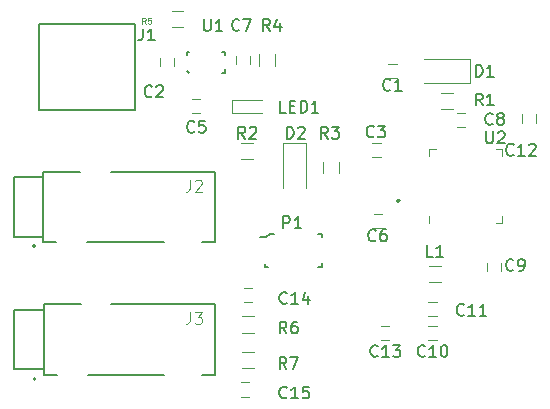
<source format=gto>
G04 #@! TF.GenerationSoftware,KiCad,Pcbnew,5.1.5*
G04 #@! TF.CreationDate,2020-02-06T17:50:48+09:00*
G04 #@! TF.ProjectId,MIDI-Guy,4d494449-2d47-4757-992e-6b696361645f,rev?*
G04 #@! TF.SameCoordinates,Original*
G04 #@! TF.FileFunction,Legend,Top*
G04 #@! TF.FilePolarity,Positive*
%FSLAX46Y46*%
G04 Gerber Fmt 4.6, Leading zero omitted, Abs format (unit mm)*
G04 Created by KiCad (PCBNEW 5.1.5) date 2020-02-06 17:50:48*
%MOMM*%
%LPD*%
G04 APERTURE LIST*
%ADD10C,0.127000*%
%ADD11C,0.200000*%
%ADD12C,0.250000*%
%ADD13C,0.120000*%
%ADD14C,0.150000*%
%ADD15C,0.050000*%
%ADD16C,0.100000*%
G04 APERTURE END LIST*
D10*
X54800000Y-71500000D02*
X57300000Y-71500000D01*
X54800000Y-66500000D02*
X54800000Y-71500000D01*
X57300000Y-66500000D02*
X54800000Y-66500000D01*
X70700000Y-72000000D02*
X71800000Y-72000000D01*
D11*
X56600000Y-72300000D02*
G75*
G03X56600000Y-72300000I-100000J0D01*
G01*
D10*
X61000000Y-72000000D02*
X67500000Y-72000000D01*
X57300000Y-72000000D02*
X58400000Y-72000000D01*
X71800000Y-66000000D02*
X71800000Y-72000000D01*
X63000000Y-66000000D02*
X71800000Y-66000000D01*
X57300000Y-66000000D02*
X60400000Y-66000000D01*
X57300000Y-66500000D02*
X57300000Y-66000000D01*
X57300000Y-71500000D02*
X57300000Y-66500000D01*
X57300000Y-72000000D02*
X57300000Y-71500000D01*
X54750000Y-60250000D02*
X57250000Y-60250000D01*
X54750000Y-55250000D02*
X54750000Y-60250000D01*
X57250000Y-55250000D02*
X54750000Y-55250000D01*
X70650000Y-60750000D02*
X71750000Y-60750000D01*
D11*
X56550000Y-61050000D02*
G75*
G03X56550000Y-61050000I-100000J0D01*
G01*
D10*
X60950000Y-60750000D02*
X67450000Y-60750000D01*
X57250000Y-60750000D02*
X58350000Y-60750000D01*
X71750000Y-54750000D02*
X71750000Y-60750000D01*
X62950000Y-54750000D02*
X71750000Y-54750000D01*
X57250000Y-54750000D02*
X60350000Y-54750000D01*
X57250000Y-55250000D02*
X57250000Y-54750000D01*
X57250000Y-60250000D02*
X57250000Y-55250000D01*
X57250000Y-60750000D02*
X57250000Y-60250000D01*
D12*
X87386020Y-57220000D02*
G75*
G03X87386020Y-57220000I-86020J0D01*
G01*
D13*
X89880000Y-53450000D02*
X89880000Y-52880000D01*
X96120000Y-59120000D02*
X95550000Y-59120000D01*
X96120000Y-58550000D02*
X96120000Y-59120000D01*
X96120000Y-52880000D02*
X95550000Y-52880000D01*
X96120000Y-53450000D02*
X96120000Y-52880000D01*
X90500000Y-52880000D02*
X89880000Y-52880000D01*
X89880000Y-59120000D02*
X89880000Y-58550000D01*
X68350000Y-45150000D02*
X68350000Y-45850000D01*
X67150000Y-45850000D02*
X67150000Y-45150000D01*
X70550000Y-49800000D02*
X69850000Y-49800000D01*
X69850000Y-48600000D02*
X70550000Y-48600000D01*
X73550000Y-45650000D02*
X73550000Y-44950000D01*
X74750000Y-44950000D02*
X74750000Y-45650000D01*
X87150000Y-46800000D02*
X86450000Y-46800000D01*
X86450000Y-45600000D02*
X87150000Y-45600000D01*
X85100000Y-52350000D02*
X85800000Y-52350000D01*
X85800000Y-53550000D02*
X85100000Y-53550000D01*
X85200000Y-58350000D02*
X85900000Y-58350000D01*
X85900000Y-59550000D02*
X85200000Y-59550000D01*
X89850000Y-67800000D02*
X90550000Y-67800000D01*
X90550000Y-69000000D02*
X89850000Y-69000000D01*
X86550000Y-69000000D02*
X85850000Y-69000000D01*
X85850000Y-67800000D02*
X86550000Y-67800000D01*
X94800000Y-63150000D02*
X94800000Y-62450000D01*
X96000000Y-62450000D02*
X96000000Y-63150000D01*
X74200000Y-64600000D02*
X74900000Y-64600000D01*
X74900000Y-65800000D02*
X74200000Y-65800000D01*
X73950000Y-72600000D02*
X74650000Y-72600000D01*
X74650000Y-73800000D02*
X73950000Y-73800000D01*
X90550000Y-67000000D02*
X89850000Y-67000000D01*
X89850000Y-65800000D02*
X90550000Y-65800000D01*
X99000000Y-49900000D02*
X99000000Y-50600000D01*
X97800000Y-50600000D02*
X97800000Y-49900000D01*
X92950000Y-51000000D02*
X92250000Y-51000000D01*
X92250000Y-49800000D02*
X92950000Y-49800000D01*
X93350000Y-47250000D02*
X93350000Y-45250000D01*
X93350000Y-45250000D02*
X89500000Y-45250000D01*
X93350000Y-47250000D02*
X89500000Y-47250000D01*
X79500000Y-52300000D02*
X79500000Y-56150000D01*
X77500000Y-52300000D02*
X77500000Y-56150000D01*
X79500000Y-52300000D02*
X77500000Y-52300000D01*
D14*
X65000000Y-45900000D02*
X65000000Y-42250000D01*
X65000000Y-45900000D02*
X65000000Y-49550000D01*
X65000000Y-49550000D02*
X56850000Y-49550000D01*
X56850000Y-49550000D02*
X56850000Y-42240000D01*
X56850000Y-42240000D02*
X65000000Y-42240000D01*
D13*
X89900000Y-62720000D02*
X90900000Y-62720000D01*
X90900000Y-64080000D02*
X89900000Y-64080000D01*
X73200000Y-48650000D02*
X75800000Y-48650000D01*
X73200000Y-49750000D02*
X75800000Y-49750000D01*
X73200000Y-48650000D02*
X73200000Y-49750000D01*
D14*
X76800000Y-60000000D02*
X76400000Y-60000000D01*
X76400000Y-60000000D02*
X76100000Y-60300000D01*
X76100000Y-60300000D02*
X75600000Y-60300000D01*
X80800000Y-60300000D02*
X80800000Y-60000000D01*
X80800000Y-60000000D02*
X80500000Y-60000000D01*
X80800000Y-62800000D02*
X80800000Y-62500000D01*
X80800000Y-62800000D02*
X80500000Y-62800000D01*
X76000000Y-62800000D02*
X76300000Y-62800000D01*
X76000000Y-62800000D02*
X76000000Y-62600000D01*
D13*
X74000000Y-52320000D02*
X75000000Y-52320000D01*
X75000000Y-53680000D02*
X74000000Y-53680000D01*
X90900000Y-48070000D02*
X91900000Y-48070000D01*
X91900000Y-49430000D02*
X90900000Y-49430000D01*
X80920000Y-54900000D02*
X80920000Y-53900000D01*
X82280000Y-53900000D02*
X82280000Y-54900000D01*
X76830000Y-44800000D02*
X76830000Y-45800000D01*
X75470000Y-45800000D02*
X75470000Y-44800000D01*
X75050000Y-68380000D02*
X74050000Y-68380000D01*
X74050000Y-67020000D02*
X75050000Y-67020000D01*
X75100000Y-71380000D02*
X74100000Y-71380000D01*
X74100000Y-70020000D02*
X75100000Y-70020000D01*
X69100000Y-42480000D02*
X68100000Y-42480000D01*
X68100000Y-41120000D02*
X69100000Y-41120000D01*
D14*
X72400000Y-44600000D02*
X72600000Y-44600000D01*
X72600000Y-44600000D02*
X72600000Y-44900000D01*
X72400000Y-46400000D02*
X72600000Y-46400000D01*
X72600000Y-46400000D02*
X72600000Y-46100000D01*
X69600000Y-46400000D02*
X69400000Y-46200000D01*
X69600000Y-44600000D02*
X69400000Y-44600000D01*
X69400000Y-44600000D02*
X69400000Y-44900000D01*
D15*
X69666056Y-66651378D02*
X69666056Y-67366971D01*
X69618350Y-67510090D01*
X69522938Y-67605502D01*
X69379819Y-67653208D01*
X69284407Y-67653208D01*
X70047706Y-66651378D02*
X70667886Y-66651378D01*
X70333943Y-67033028D01*
X70477061Y-67033028D01*
X70572474Y-67080734D01*
X70620180Y-67128440D01*
X70667886Y-67223853D01*
X70667886Y-67462384D01*
X70620180Y-67557796D01*
X70572474Y-67605502D01*
X70477061Y-67653208D01*
X70190824Y-67653208D01*
X70095412Y-67605502D01*
X70047706Y-67557796D01*
X69666056Y-55451378D02*
X69666056Y-56166971D01*
X69618350Y-56310090D01*
X69522938Y-56405502D01*
X69379819Y-56453208D01*
X69284407Y-56453208D01*
X70095412Y-55546791D02*
X70143118Y-55499085D01*
X70238530Y-55451378D01*
X70477061Y-55451378D01*
X70572474Y-55499085D01*
X70620180Y-55546791D01*
X70667886Y-55642203D01*
X70667886Y-55737615D01*
X70620180Y-55880734D01*
X70047706Y-56453208D01*
X70667886Y-56453208D01*
D14*
X94738095Y-51352380D02*
X94738095Y-52161904D01*
X94785714Y-52257142D01*
X94833333Y-52304761D01*
X94928571Y-52352380D01*
X95119047Y-52352380D01*
X95214285Y-52304761D01*
X95261904Y-52257142D01*
X95309523Y-52161904D01*
X95309523Y-51352380D01*
X95738095Y-51447619D02*
X95785714Y-51400000D01*
X95880952Y-51352380D01*
X96119047Y-51352380D01*
X96214285Y-51400000D01*
X96261904Y-51447619D01*
X96309523Y-51542857D01*
X96309523Y-51638095D01*
X96261904Y-51780952D01*
X95690476Y-52352380D01*
X96309523Y-52352380D01*
X66433333Y-48357142D02*
X66385714Y-48404761D01*
X66242857Y-48452380D01*
X66147619Y-48452380D01*
X66004761Y-48404761D01*
X65909523Y-48309523D01*
X65861904Y-48214285D01*
X65814285Y-48023809D01*
X65814285Y-47880952D01*
X65861904Y-47690476D01*
X65909523Y-47595238D01*
X66004761Y-47500000D01*
X66147619Y-47452380D01*
X66242857Y-47452380D01*
X66385714Y-47500000D01*
X66433333Y-47547619D01*
X66814285Y-47547619D02*
X66861904Y-47500000D01*
X66957142Y-47452380D01*
X67195238Y-47452380D01*
X67290476Y-47500000D01*
X67338095Y-47547619D01*
X67385714Y-47642857D01*
X67385714Y-47738095D01*
X67338095Y-47880952D01*
X66766666Y-48452380D01*
X67385714Y-48452380D01*
X70033333Y-51357142D02*
X69985714Y-51404761D01*
X69842857Y-51452380D01*
X69747619Y-51452380D01*
X69604761Y-51404761D01*
X69509523Y-51309523D01*
X69461904Y-51214285D01*
X69414285Y-51023809D01*
X69414285Y-50880952D01*
X69461904Y-50690476D01*
X69509523Y-50595238D01*
X69604761Y-50500000D01*
X69747619Y-50452380D01*
X69842857Y-50452380D01*
X69985714Y-50500000D01*
X70033333Y-50547619D01*
X70938095Y-50452380D02*
X70461904Y-50452380D01*
X70414285Y-50928571D01*
X70461904Y-50880952D01*
X70557142Y-50833333D01*
X70795238Y-50833333D01*
X70890476Y-50880952D01*
X70938095Y-50928571D01*
X70985714Y-51023809D01*
X70985714Y-51261904D01*
X70938095Y-51357142D01*
X70890476Y-51404761D01*
X70795238Y-51452380D01*
X70557142Y-51452380D01*
X70461904Y-51404761D01*
X70414285Y-51357142D01*
X73833333Y-42757142D02*
X73785714Y-42804761D01*
X73642857Y-42852380D01*
X73547619Y-42852380D01*
X73404761Y-42804761D01*
X73309523Y-42709523D01*
X73261904Y-42614285D01*
X73214285Y-42423809D01*
X73214285Y-42280952D01*
X73261904Y-42090476D01*
X73309523Y-41995238D01*
X73404761Y-41900000D01*
X73547619Y-41852380D01*
X73642857Y-41852380D01*
X73785714Y-41900000D01*
X73833333Y-41947619D01*
X74166666Y-41852380D02*
X74833333Y-41852380D01*
X74404761Y-42852380D01*
X86633333Y-47807142D02*
X86585714Y-47854761D01*
X86442857Y-47902380D01*
X86347619Y-47902380D01*
X86204761Y-47854761D01*
X86109523Y-47759523D01*
X86061904Y-47664285D01*
X86014285Y-47473809D01*
X86014285Y-47330952D01*
X86061904Y-47140476D01*
X86109523Y-47045238D01*
X86204761Y-46950000D01*
X86347619Y-46902380D01*
X86442857Y-46902380D01*
X86585714Y-46950000D01*
X86633333Y-46997619D01*
X87585714Y-47902380D02*
X87014285Y-47902380D01*
X87300000Y-47902380D02*
X87300000Y-46902380D01*
X87204761Y-47045238D01*
X87109523Y-47140476D01*
X87014285Y-47188095D01*
X85233333Y-51757142D02*
X85185714Y-51804761D01*
X85042857Y-51852380D01*
X84947619Y-51852380D01*
X84804761Y-51804761D01*
X84709523Y-51709523D01*
X84661904Y-51614285D01*
X84614285Y-51423809D01*
X84614285Y-51280952D01*
X84661904Y-51090476D01*
X84709523Y-50995238D01*
X84804761Y-50900000D01*
X84947619Y-50852380D01*
X85042857Y-50852380D01*
X85185714Y-50900000D01*
X85233333Y-50947619D01*
X85566666Y-50852380D02*
X86185714Y-50852380D01*
X85852380Y-51233333D01*
X85995238Y-51233333D01*
X86090476Y-51280952D01*
X86138095Y-51328571D01*
X86185714Y-51423809D01*
X86185714Y-51661904D01*
X86138095Y-51757142D01*
X86090476Y-51804761D01*
X85995238Y-51852380D01*
X85709523Y-51852380D01*
X85614285Y-51804761D01*
X85566666Y-51757142D01*
X85383333Y-60557142D02*
X85335714Y-60604761D01*
X85192857Y-60652380D01*
X85097619Y-60652380D01*
X84954761Y-60604761D01*
X84859523Y-60509523D01*
X84811904Y-60414285D01*
X84764285Y-60223809D01*
X84764285Y-60080952D01*
X84811904Y-59890476D01*
X84859523Y-59795238D01*
X84954761Y-59700000D01*
X85097619Y-59652380D01*
X85192857Y-59652380D01*
X85335714Y-59700000D01*
X85383333Y-59747619D01*
X86240476Y-59652380D02*
X86050000Y-59652380D01*
X85954761Y-59700000D01*
X85907142Y-59747619D01*
X85811904Y-59890476D01*
X85764285Y-60080952D01*
X85764285Y-60461904D01*
X85811904Y-60557142D01*
X85859523Y-60604761D01*
X85954761Y-60652380D01*
X86145238Y-60652380D01*
X86240476Y-60604761D01*
X86288095Y-60557142D01*
X86335714Y-60461904D01*
X86335714Y-60223809D01*
X86288095Y-60128571D01*
X86240476Y-60080952D01*
X86145238Y-60033333D01*
X85954761Y-60033333D01*
X85859523Y-60080952D01*
X85811904Y-60128571D01*
X85764285Y-60223809D01*
X89557142Y-70357142D02*
X89509523Y-70404761D01*
X89366666Y-70452380D01*
X89271428Y-70452380D01*
X89128571Y-70404761D01*
X89033333Y-70309523D01*
X88985714Y-70214285D01*
X88938095Y-70023809D01*
X88938095Y-69880952D01*
X88985714Y-69690476D01*
X89033333Y-69595238D01*
X89128571Y-69500000D01*
X89271428Y-69452380D01*
X89366666Y-69452380D01*
X89509523Y-69500000D01*
X89557142Y-69547619D01*
X90509523Y-70452380D02*
X89938095Y-70452380D01*
X90223809Y-70452380D02*
X90223809Y-69452380D01*
X90128571Y-69595238D01*
X90033333Y-69690476D01*
X89938095Y-69738095D01*
X91128571Y-69452380D02*
X91223809Y-69452380D01*
X91319047Y-69500000D01*
X91366666Y-69547619D01*
X91414285Y-69642857D01*
X91461904Y-69833333D01*
X91461904Y-70071428D01*
X91414285Y-70261904D01*
X91366666Y-70357142D01*
X91319047Y-70404761D01*
X91223809Y-70452380D01*
X91128571Y-70452380D01*
X91033333Y-70404761D01*
X90985714Y-70357142D01*
X90938095Y-70261904D01*
X90890476Y-70071428D01*
X90890476Y-69833333D01*
X90938095Y-69642857D01*
X90985714Y-69547619D01*
X91033333Y-69500000D01*
X91128571Y-69452380D01*
X85557142Y-70357142D02*
X85509523Y-70404761D01*
X85366666Y-70452380D01*
X85271428Y-70452380D01*
X85128571Y-70404761D01*
X85033333Y-70309523D01*
X84985714Y-70214285D01*
X84938095Y-70023809D01*
X84938095Y-69880952D01*
X84985714Y-69690476D01*
X85033333Y-69595238D01*
X85128571Y-69500000D01*
X85271428Y-69452380D01*
X85366666Y-69452380D01*
X85509523Y-69500000D01*
X85557142Y-69547619D01*
X86509523Y-70452380D02*
X85938095Y-70452380D01*
X86223809Y-70452380D02*
X86223809Y-69452380D01*
X86128571Y-69595238D01*
X86033333Y-69690476D01*
X85938095Y-69738095D01*
X86842857Y-69452380D02*
X87461904Y-69452380D01*
X87128571Y-69833333D01*
X87271428Y-69833333D01*
X87366666Y-69880952D01*
X87414285Y-69928571D01*
X87461904Y-70023809D01*
X87461904Y-70261904D01*
X87414285Y-70357142D01*
X87366666Y-70404761D01*
X87271428Y-70452380D01*
X86985714Y-70452380D01*
X86890476Y-70404761D01*
X86842857Y-70357142D01*
X97033333Y-63057142D02*
X96985714Y-63104761D01*
X96842857Y-63152380D01*
X96747619Y-63152380D01*
X96604761Y-63104761D01*
X96509523Y-63009523D01*
X96461904Y-62914285D01*
X96414285Y-62723809D01*
X96414285Y-62580952D01*
X96461904Y-62390476D01*
X96509523Y-62295238D01*
X96604761Y-62200000D01*
X96747619Y-62152380D01*
X96842857Y-62152380D01*
X96985714Y-62200000D01*
X97033333Y-62247619D01*
X97509523Y-63152380D02*
X97700000Y-63152380D01*
X97795238Y-63104761D01*
X97842857Y-63057142D01*
X97938095Y-62914285D01*
X97985714Y-62723809D01*
X97985714Y-62342857D01*
X97938095Y-62247619D01*
X97890476Y-62200000D01*
X97795238Y-62152380D01*
X97604761Y-62152380D01*
X97509523Y-62200000D01*
X97461904Y-62247619D01*
X97414285Y-62342857D01*
X97414285Y-62580952D01*
X97461904Y-62676190D01*
X97509523Y-62723809D01*
X97604761Y-62771428D01*
X97795238Y-62771428D01*
X97890476Y-62723809D01*
X97938095Y-62676190D01*
X97985714Y-62580952D01*
X77857142Y-65857142D02*
X77809523Y-65904761D01*
X77666666Y-65952380D01*
X77571428Y-65952380D01*
X77428571Y-65904761D01*
X77333333Y-65809523D01*
X77285714Y-65714285D01*
X77238095Y-65523809D01*
X77238095Y-65380952D01*
X77285714Y-65190476D01*
X77333333Y-65095238D01*
X77428571Y-65000000D01*
X77571428Y-64952380D01*
X77666666Y-64952380D01*
X77809523Y-65000000D01*
X77857142Y-65047619D01*
X78809523Y-65952380D02*
X78238095Y-65952380D01*
X78523809Y-65952380D02*
X78523809Y-64952380D01*
X78428571Y-65095238D01*
X78333333Y-65190476D01*
X78238095Y-65238095D01*
X79666666Y-65285714D02*
X79666666Y-65952380D01*
X79428571Y-64904761D02*
X79190476Y-65619047D01*
X79809523Y-65619047D01*
X77857142Y-73857142D02*
X77809523Y-73904761D01*
X77666666Y-73952380D01*
X77571428Y-73952380D01*
X77428571Y-73904761D01*
X77333333Y-73809523D01*
X77285714Y-73714285D01*
X77238095Y-73523809D01*
X77238095Y-73380952D01*
X77285714Y-73190476D01*
X77333333Y-73095238D01*
X77428571Y-73000000D01*
X77571428Y-72952380D01*
X77666666Y-72952380D01*
X77809523Y-73000000D01*
X77857142Y-73047619D01*
X78809523Y-73952380D02*
X78238095Y-73952380D01*
X78523809Y-73952380D02*
X78523809Y-72952380D01*
X78428571Y-73095238D01*
X78333333Y-73190476D01*
X78238095Y-73238095D01*
X79714285Y-72952380D02*
X79238095Y-72952380D01*
X79190476Y-73428571D01*
X79238095Y-73380952D01*
X79333333Y-73333333D01*
X79571428Y-73333333D01*
X79666666Y-73380952D01*
X79714285Y-73428571D01*
X79761904Y-73523809D01*
X79761904Y-73761904D01*
X79714285Y-73857142D01*
X79666666Y-73904761D01*
X79571428Y-73952380D01*
X79333333Y-73952380D01*
X79238095Y-73904761D01*
X79190476Y-73857142D01*
X92857142Y-66857142D02*
X92809523Y-66904761D01*
X92666666Y-66952380D01*
X92571428Y-66952380D01*
X92428571Y-66904761D01*
X92333333Y-66809523D01*
X92285714Y-66714285D01*
X92238095Y-66523809D01*
X92238095Y-66380952D01*
X92285714Y-66190476D01*
X92333333Y-66095238D01*
X92428571Y-66000000D01*
X92571428Y-65952380D01*
X92666666Y-65952380D01*
X92809523Y-66000000D01*
X92857142Y-66047619D01*
X93809523Y-66952380D02*
X93238095Y-66952380D01*
X93523809Y-66952380D02*
X93523809Y-65952380D01*
X93428571Y-66095238D01*
X93333333Y-66190476D01*
X93238095Y-66238095D01*
X94761904Y-66952380D02*
X94190476Y-66952380D01*
X94476190Y-66952380D02*
X94476190Y-65952380D01*
X94380952Y-66095238D01*
X94285714Y-66190476D01*
X94190476Y-66238095D01*
X97057142Y-53307142D02*
X97009523Y-53354761D01*
X96866666Y-53402380D01*
X96771428Y-53402380D01*
X96628571Y-53354761D01*
X96533333Y-53259523D01*
X96485714Y-53164285D01*
X96438095Y-52973809D01*
X96438095Y-52830952D01*
X96485714Y-52640476D01*
X96533333Y-52545238D01*
X96628571Y-52450000D01*
X96771428Y-52402380D01*
X96866666Y-52402380D01*
X97009523Y-52450000D01*
X97057142Y-52497619D01*
X98009523Y-53402380D02*
X97438095Y-53402380D01*
X97723809Y-53402380D02*
X97723809Y-52402380D01*
X97628571Y-52545238D01*
X97533333Y-52640476D01*
X97438095Y-52688095D01*
X98390476Y-52497619D02*
X98438095Y-52450000D01*
X98533333Y-52402380D01*
X98771428Y-52402380D01*
X98866666Y-52450000D01*
X98914285Y-52497619D01*
X98961904Y-52592857D01*
X98961904Y-52688095D01*
X98914285Y-52830952D01*
X98342857Y-53402380D01*
X98961904Y-53402380D01*
X95283333Y-50707142D02*
X95235714Y-50754761D01*
X95092857Y-50802380D01*
X94997619Y-50802380D01*
X94854761Y-50754761D01*
X94759523Y-50659523D01*
X94711904Y-50564285D01*
X94664285Y-50373809D01*
X94664285Y-50230952D01*
X94711904Y-50040476D01*
X94759523Y-49945238D01*
X94854761Y-49850000D01*
X94997619Y-49802380D01*
X95092857Y-49802380D01*
X95235714Y-49850000D01*
X95283333Y-49897619D01*
X95854761Y-50230952D02*
X95759523Y-50183333D01*
X95711904Y-50135714D01*
X95664285Y-50040476D01*
X95664285Y-49992857D01*
X95711904Y-49897619D01*
X95759523Y-49850000D01*
X95854761Y-49802380D01*
X96045238Y-49802380D01*
X96140476Y-49850000D01*
X96188095Y-49897619D01*
X96235714Y-49992857D01*
X96235714Y-50040476D01*
X96188095Y-50135714D01*
X96140476Y-50183333D01*
X96045238Y-50230952D01*
X95854761Y-50230952D01*
X95759523Y-50278571D01*
X95711904Y-50326190D01*
X95664285Y-50421428D01*
X95664285Y-50611904D01*
X95711904Y-50707142D01*
X95759523Y-50754761D01*
X95854761Y-50802380D01*
X96045238Y-50802380D01*
X96140476Y-50754761D01*
X96188095Y-50707142D01*
X96235714Y-50611904D01*
X96235714Y-50421428D01*
X96188095Y-50326190D01*
X96140476Y-50278571D01*
X96045238Y-50230952D01*
X93861904Y-46702380D02*
X93861904Y-45702380D01*
X94100000Y-45702380D01*
X94242857Y-45750000D01*
X94338095Y-45845238D01*
X94385714Y-45940476D01*
X94433333Y-46130952D01*
X94433333Y-46273809D01*
X94385714Y-46464285D01*
X94338095Y-46559523D01*
X94242857Y-46654761D01*
X94100000Y-46702380D01*
X93861904Y-46702380D01*
X95385714Y-46702380D02*
X94814285Y-46702380D01*
X95100000Y-46702380D02*
X95100000Y-45702380D01*
X95004761Y-45845238D01*
X94909523Y-45940476D01*
X94814285Y-45988095D01*
X77861904Y-51952380D02*
X77861904Y-50952380D01*
X78100000Y-50952380D01*
X78242857Y-51000000D01*
X78338095Y-51095238D01*
X78385714Y-51190476D01*
X78433333Y-51380952D01*
X78433333Y-51523809D01*
X78385714Y-51714285D01*
X78338095Y-51809523D01*
X78242857Y-51904761D01*
X78100000Y-51952380D01*
X77861904Y-51952380D01*
X78814285Y-51047619D02*
X78861904Y-51000000D01*
X78957142Y-50952380D01*
X79195238Y-50952380D01*
X79290476Y-51000000D01*
X79338095Y-51047619D01*
X79385714Y-51142857D01*
X79385714Y-51238095D01*
X79338095Y-51380952D01*
X78766666Y-51952380D01*
X79385714Y-51952380D01*
X65666666Y-42652380D02*
X65666666Y-43366666D01*
X65619047Y-43509523D01*
X65523809Y-43604761D01*
X65380952Y-43652380D01*
X65285714Y-43652380D01*
X66666666Y-43652380D02*
X66095238Y-43652380D01*
X66380952Y-43652380D02*
X66380952Y-42652380D01*
X66285714Y-42795238D01*
X66190476Y-42890476D01*
X66095238Y-42938095D01*
X90233333Y-61952380D02*
X89757142Y-61952380D01*
X89757142Y-60952380D01*
X91090476Y-61952380D02*
X90519047Y-61952380D01*
X90804761Y-61952380D02*
X90804761Y-60952380D01*
X90709523Y-61095238D01*
X90614285Y-61190476D01*
X90519047Y-61238095D01*
X77780952Y-49752380D02*
X77304761Y-49752380D01*
X77304761Y-48752380D01*
X78114285Y-49228571D02*
X78447619Y-49228571D01*
X78590476Y-49752380D02*
X78114285Y-49752380D01*
X78114285Y-48752380D01*
X78590476Y-48752380D01*
X79019047Y-49752380D02*
X79019047Y-48752380D01*
X79257142Y-48752380D01*
X79400000Y-48800000D01*
X79495238Y-48895238D01*
X79542857Y-48990476D01*
X79590476Y-49180952D01*
X79590476Y-49323809D01*
X79542857Y-49514285D01*
X79495238Y-49609523D01*
X79400000Y-49704761D01*
X79257142Y-49752380D01*
X79019047Y-49752380D01*
X80542857Y-49752380D02*
X79971428Y-49752380D01*
X80257142Y-49752380D02*
X80257142Y-48752380D01*
X80161904Y-48895238D01*
X80066666Y-48990476D01*
X79971428Y-49038095D01*
X77561904Y-59552380D02*
X77561904Y-58552380D01*
X77942857Y-58552380D01*
X78038095Y-58600000D01*
X78085714Y-58647619D01*
X78133333Y-58742857D01*
X78133333Y-58885714D01*
X78085714Y-58980952D01*
X78038095Y-59028571D01*
X77942857Y-59076190D01*
X77561904Y-59076190D01*
X79085714Y-59552380D02*
X78514285Y-59552380D01*
X78800000Y-59552380D02*
X78800000Y-58552380D01*
X78704761Y-58695238D01*
X78609523Y-58790476D01*
X78514285Y-58838095D01*
X74333333Y-51952380D02*
X74000000Y-51476190D01*
X73761904Y-51952380D02*
X73761904Y-50952380D01*
X74142857Y-50952380D01*
X74238095Y-51000000D01*
X74285714Y-51047619D01*
X74333333Y-51142857D01*
X74333333Y-51285714D01*
X74285714Y-51380952D01*
X74238095Y-51428571D01*
X74142857Y-51476190D01*
X73761904Y-51476190D01*
X74714285Y-51047619D02*
X74761904Y-51000000D01*
X74857142Y-50952380D01*
X75095238Y-50952380D01*
X75190476Y-51000000D01*
X75238095Y-51047619D01*
X75285714Y-51142857D01*
X75285714Y-51238095D01*
X75238095Y-51380952D01*
X74666666Y-51952380D01*
X75285714Y-51952380D01*
X94433333Y-49152380D02*
X94100000Y-48676190D01*
X93861904Y-49152380D02*
X93861904Y-48152380D01*
X94242857Y-48152380D01*
X94338095Y-48200000D01*
X94385714Y-48247619D01*
X94433333Y-48342857D01*
X94433333Y-48485714D01*
X94385714Y-48580952D01*
X94338095Y-48628571D01*
X94242857Y-48676190D01*
X93861904Y-48676190D01*
X95385714Y-49152380D02*
X94814285Y-49152380D01*
X95100000Y-49152380D02*
X95100000Y-48152380D01*
X95004761Y-48295238D01*
X94909523Y-48390476D01*
X94814285Y-48438095D01*
X81333333Y-51952380D02*
X81000000Y-51476190D01*
X80761904Y-51952380D02*
X80761904Y-50952380D01*
X81142857Y-50952380D01*
X81238095Y-51000000D01*
X81285714Y-51047619D01*
X81333333Y-51142857D01*
X81333333Y-51285714D01*
X81285714Y-51380952D01*
X81238095Y-51428571D01*
X81142857Y-51476190D01*
X80761904Y-51476190D01*
X81666666Y-50952380D02*
X82285714Y-50952380D01*
X81952380Y-51333333D01*
X82095238Y-51333333D01*
X82190476Y-51380952D01*
X82238095Y-51428571D01*
X82285714Y-51523809D01*
X82285714Y-51761904D01*
X82238095Y-51857142D01*
X82190476Y-51904761D01*
X82095238Y-51952380D01*
X81809523Y-51952380D01*
X81714285Y-51904761D01*
X81666666Y-51857142D01*
X76433333Y-42852380D02*
X76100000Y-42376190D01*
X75861904Y-42852380D02*
X75861904Y-41852380D01*
X76242857Y-41852380D01*
X76338095Y-41900000D01*
X76385714Y-41947619D01*
X76433333Y-42042857D01*
X76433333Y-42185714D01*
X76385714Y-42280952D01*
X76338095Y-42328571D01*
X76242857Y-42376190D01*
X75861904Y-42376190D01*
X77290476Y-42185714D02*
X77290476Y-42852380D01*
X77052380Y-41804761D02*
X76814285Y-42519047D01*
X77433333Y-42519047D01*
X77833333Y-68452380D02*
X77500000Y-67976190D01*
X77261904Y-68452380D02*
X77261904Y-67452380D01*
X77642857Y-67452380D01*
X77738095Y-67500000D01*
X77785714Y-67547619D01*
X77833333Y-67642857D01*
X77833333Y-67785714D01*
X77785714Y-67880952D01*
X77738095Y-67928571D01*
X77642857Y-67976190D01*
X77261904Y-67976190D01*
X78690476Y-67452380D02*
X78500000Y-67452380D01*
X78404761Y-67500000D01*
X78357142Y-67547619D01*
X78261904Y-67690476D01*
X78214285Y-67880952D01*
X78214285Y-68261904D01*
X78261904Y-68357142D01*
X78309523Y-68404761D01*
X78404761Y-68452380D01*
X78595238Y-68452380D01*
X78690476Y-68404761D01*
X78738095Y-68357142D01*
X78785714Y-68261904D01*
X78785714Y-68023809D01*
X78738095Y-67928571D01*
X78690476Y-67880952D01*
X78595238Y-67833333D01*
X78404761Y-67833333D01*
X78309523Y-67880952D01*
X78261904Y-67928571D01*
X78214285Y-68023809D01*
X77833333Y-71452380D02*
X77500000Y-70976190D01*
X77261904Y-71452380D02*
X77261904Y-70452380D01*
X77642857Y-70452380D01*
X77738095Y-70500000D01*
X77785714Y-70547619D01*
X77833333Y-70642857D01*
X77833333Y-70785714D01*
X77785714Y-70880952D01*
X77738095Y-70928571D01*
X77642857Y-70976190D01*
X77261904Y-70976190D01*
X78166666Y-70452380D02*
X78833333Y-70452380D01*
X78404761Y-71452380D01*
D16*
X65916666Y-42226190D02*
X65750000Y-41988095D01*
X65630952Y-42226190D02*
X65630952Y-41726190D01*
X65821428Y-41726190D01*
X65869047Y-41750000D01*
X65892857Y-41773809D01*
X65916666Y-41821428D01*
X65916666Y-41892857D01*
X65892857Y-41940476D01*
X65869047Y-41964285D01*
X65821428Y-41988095D01*
X65630952Y-41988095D01*
X66369047Y-41726190D02*
X66130952Y-41726190D01*
X66107142Y-41964285D01*
X66130952Y-41940476D01*
X66178571Y-41916666D01*
X66297619Y-41916666D01*
X66345238Y-41940476D01*
X66369047Y-41964285D01*
X66392857Y-42011904D01*
X66392857Y-42130952D01*
X66369047Y-42178571D01*
X66345238Y-42202380D01*
X66297619Y-42226190D01*
X66178571Y-42226190D01*
X66130952Y-42202380D01*
X66107142Y-42178571D01*
D14*
X70838095Y-41852380D02*
X70838095Y-42661904D01*
X70885714Y-42757142D01*
X70933333Y-42804761D01*
X71028571Y-42852380D01*
X71219047Y-42852380D01*
X71314285Y-42804761D01*
X71361904Y-42757142D01*
X71409523Y-42661904D01*
X71409523Y-41852380D01*
X72409523Y-42852380D02*
X71838095Y-42852380D01*
X72123809Y-42852380D02*
X72123809Y-41852380D01*
X72028571Y-41995238D01*
X71933333Y-42090476D01*
X71838095Y-42138095D01*
M02*

</source>
